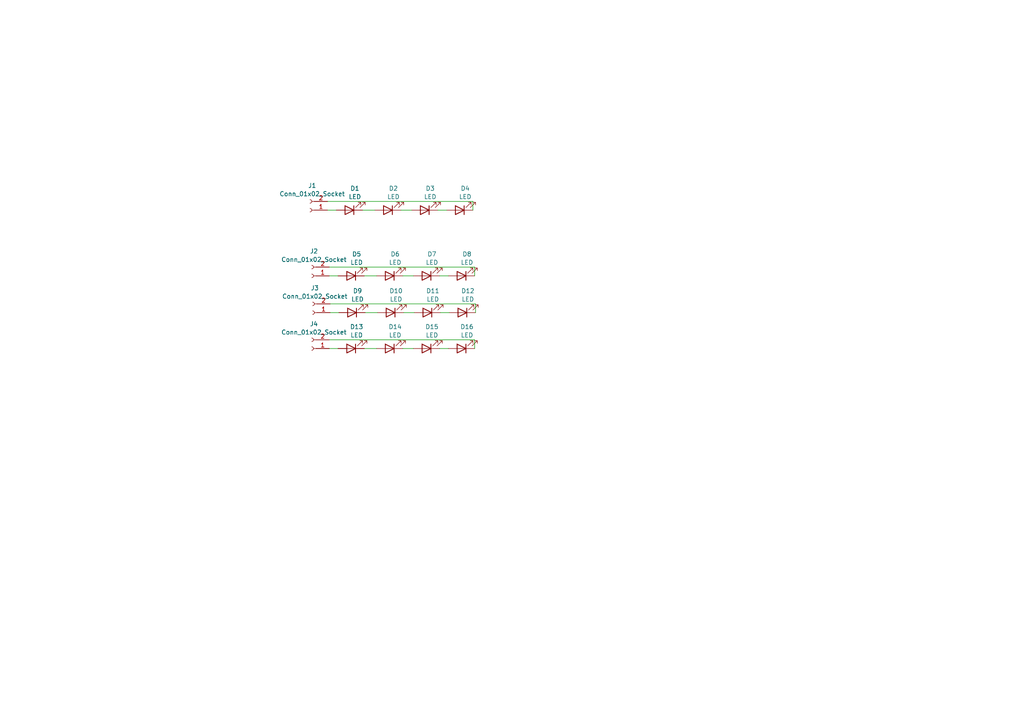
<source format=kicad_sch>
(kicad_sch (version 20230121) (generator eeschema)
  (paper "A4")
  (lib_symbols
    (symbol "Connector:Conn_01x02_Socket" (pin_names (offset 1.016) hide)
      (property "Reference" "J" (at 0 2.54 0))
      (property "Value" "Conn_01x02_Socket" (at 0 -5.08 0))
      (symbol "Conn_01x02_Socket_1_1"
        (arc (start 0 -2.032) (mid -0.5058 -2.54) (end 0 -3.048) (stroke (width 0.1524)))
        (polyline (pts (xy -1.27 -2.54) (xy -0.508 -2.54)) (stroke (width 0.1524)))
        (polyline (pts (xy -1.27 0) (xy -0.508 0)) (stroke (width 0.1524)))
        (arc (start 0 0.508) (mid -0.5058 0) (end 0 -0.508) (stroke (width 0.1524)))
        (pin passive line (at -5.08 0 0) (length 3.81) (name "Pin_1") (number "1"))
        (pin passive line (at -5.08 -2.54 0) (length 3.81) (name "Pin_2") (number "2"))
      )
    )
    (symbol "Device:LED" (pin_numbers hide) (pin_names (offset 1.016) hide)
      (property "Reference" "D" (at 0 2.54 0))
      (property "Value" "LED" (at 0 -2.54 0))
      (symbol "LED_0_1"
        (polyline (pts (xy -1.27 -1.27) (xy -1.27 1.27)) (stroke (width 0.254)))
        (polyline (pts (xy -1.27 0) (xy 1.27 0)))
        (polyline (pts (xy 1.27 -1.27) (xy 1.27 1.27) (xy -1.27 0) (xy 1.27 -1.27)) (stroke (width 0.254)))
        (polyline (pts (xy -3.048 -0.762) (xy -4.572 -2.286) (xy -3.81 -2.286) (xy -4.572 -2.286) (xy -4.572 -1.524)))
        (polyline (pts (xy -1.778 -0.762) (xy -3.302 -2.286) (xy -2.54 -2.286) (xy -3.302 -2.286) (xy -3.302 -1.524)))
      )
      (symbol "LED_1_1"
        (pin passive line (at -3.81 0 0) (length 2.54) (name "K") (number "1"))
        (pin passive line (at 3.81 0 180) (length 2.54) (name "A") (number "2"))
      )
    )
  )
  (wire (pts (xy 95.504 77.47) (xy 137.668 77.47)))
  (wire (pts (xy 95.504 101.092) (xy 98.044 101.092)))
  (wire (pts (xy 98.044 80.01) (xy 95.504 80.01)))
  (wire (pts (xy 137.16 58.42) (xy 137.16 60.96)))
  (wire (pts (xy 105.664 80.01) (xy 109.22 80.01)))
  (wire (pts (xy 95.758 90.678) (xy 98.298 90.678)))
  (wire (pts (xy 127.508 80.01) (xy 130.048 80.01)))
  (wire (pts (xy 105.918 90.678) (xy 109.474 90.678)))
  (wire (pts (xy 116.84 80.01) (xy 119.888 80.01)))
  (wire (pts (xy 116.332 60.96) (xy 119.38 60.96)))
  (wire (pts (xy 137.668 98.552) (xy 137.668 101.092)))
  (wire (pts (xy 95.504 98.552) (xy 137.668 98.552)))
  (wire (pts (xy 95.758 88.138) (xy 137.922 88.138)))
  (wire (pts (xy 127.762 90.678) (xy 130.302 90.678)))
  (wire (pts (xy 105.156 60.96) (xy 108.712 60.96)))
  (wire (pts (xy 117.094 90.678) (xy 120.142 90.678)))
  (wire (pts (xy 94.996 58.42) (xy 137.16 58.42)))
  (wire (pts (xy 116.84 101.092) (xy 119.888 101.092)))
  (wire (pts (xy 105.664 101.092) (xy 109.22 101.092)))
  (wire (pts (xy 137.922 88.138) (xy 137.922 90.678)))
  (wire (pts (xy 137.668 77.47) (xy 137.668 80.01)))
  (wire (pts (xy 94.996 60.96) (xy 97.536 60.96)))
  (wire (pts (xy 127 60.96) (xy 129.54 60.96)))
  (wire (pts (xy 127.508 101.092) (xy 130.048 101.092)))
  (symbol (lib_id "Device:LED") (at 133.35 60.96 180) (unit 1)
    (property "Reference" "D4" (at 134.9375 54.6567 0))
    (property "Value" "LED" (at 134.9375 57.0809 0))
    (property "Footprint" "LED_SMD:LED_PLCC-2_3.4x3.0mm_KA" (effects hide))
  )
  (symbol (lib_id "Device:LED") (at 101.854 101.092 180) (unit 1)
    (property "Reference" "D13" (at 103.4415 94.7887 0))
    (property "Value" "LED" (at 103.4415 97.2129 0))
    (property "Footprint" "LED_SMD:LED_PLCC-2_3.4x3.0mm_KA" (effects hide))
  )
  (symbol (lib_id "Device:LED") (at 112.522 60.96 180) (unit 1)
    (property "Reference" "D2" (at 114.1095 54.6567 0))
    (property "Value" "LED" (at 114.1095 57.0809 0))
    (property "Footprint" "LED_SMD:LED_PLCC-2_3.4x3.0mm_KA" (effects hide))
  )
  (symbol (lib_id "Device:LED") (at 102.108 90.678 180) (unit 1)
    (property "Reference" "D9" (at 103.6955 84.3747 0))
    (property "Value" "LED" (at 103.6955 86.7989 0))
    (property "Footprint" "LED_SMD:LED_PLCC-2_3.4x3.0mm_KA" (effects hide))
  )
  (symbol (lib_id "Device:LED") (at 133.858 80.01 180) (unit 1)
    (property "Reference" "D8" (at 135.4455 73.7067 0))
    (property "Value" "LED" (at 135.4455 76.1309 0))
    (property "Footprint" "LED_SMD:LED_PLCC-2_3.4x3.0mm_KA" (effects hide))
  )
  (symbol (lib_id "Device:LED") (at 101.854 80.01 180) (unit 1)
    (property "Reference" "D5" (at 103.4415 73.7067 0))
    (property "Value" "LED" (at 103.4415 76.1309 0))
    (property "Footprint" "LED_SMD:LED_PLCC-2_3.4x3.0mm_KA" (effects hide))
  )
  (symbol (lib_id "Device:LED") (at 123.698 80.01 180) (unit 1)
    (property "Reference" "D7" (at 125.2855 73.7067 0))
    (property "Value" "LED" (at 125.2855 76.1309 0))
    (property "Footprint" "LED_SMD:LED_PLCC-2_3.4x3.0mm_KA" (effects hide))
  )
  (symbol (lib_id "Connector:Conn_01x02_Socket") (at 90.424 80.01 180) (unit 1)
    (property "Reference" "J2" (at 91.059 72.8685 0))
    (property "Value" "Conn_01x02_Socket" (at 91.059 75.2927 0))
    (property "Footprint" "Connector_PinSocket_2.54mm:PinSocket_1x02_P2.54mm_Horizontal" (effects hide))
  )
  (symbol (lib_id "Device:LED") (at 123.698 101.092 180) (unit 1)
    (property "Reference" "D15" (at 125.2855 94.7887 0))
    (property "Value" "LED" (at 125.2855 97.2129 0))
    (property "Footprint" "LED_SMD:LED_PLCC-2_3.4x3.0mm_KA" (effects hide))
  )
  (symbol (lib_id "Device:LED") (at 113.284 90.678 180) (unit 1)
    (property "Reference" "D10" (at 114.8715 84.3747 0))
    (property "Value" "LED" (at 114.8715 86.7989 0))
    (property "Footprint" "LED_SMD:LED_PLCC-2_3.4x3.0mm_KA" (effects hide))
  )
  (symbol (lib_id "Device:LED") (at 123.952 90.678 180) (unit 1)
    (property "Reference" "D11" (at 125.5395 84.3747 0))
    (property "Value" "LED" (at 125.5395 86.7989 0))
    (property "Footprint" "LED_SMD:LED_PLCC-2_3.4x3.0mm_KA" (effects hide))
  )
  (symbol (lib_id "Device:LED") (at 134.112 90.678 180) (unit 1)
    (property "Reference" "D12" (at 135.6995 84.3747 0))
    (property "Value" "LED" (at 135.6995 86.7989 0))
    (property "Footprint" "LED_SMD:LED_PLCC-2_3.4x3.0mm_KA" (effects hide))
  )
  (symbol (lib_id "Connector:Conn_01x02_Socket") (at 89.916 60.96 180) (unit 1)
    (property "Reference" "J1" (at 90.551 53.8185 0))
    (property "Value" "Conn_01x02_Socket" (at 90.551 56.2427 0))
    (property "Footprint" "Connector_PinSocket_2.54mm:PinSocket_1x02_P2.54mm_Horizontal" (effects hide))
  )
  (symbol (lib_id "Device:LED") (at 113.03 80.01 180) (unit 1)
    (property "Reference" "D6" (at 114.6175 73.7067 0))
    (property "Value" "LED" (at 114.6175 76.1309 0))
    (property "Footprint" "LED_SMD:LED_PLCC-2_3.4x3.0mm_KA" (effects hide))
  )
  (symbol (lib_id "Device:LED") (at 123.19 60.96 180) (unit 1)
    (property "Reference" "D3" (at 124.7775 54.6567 0))
    (property "Value" "LED" (at 124.7775 57.0809 0))
    (property "Footprint" "LED_SMD:LED_PLCC-2_3.4x3.0mm_KA" (effects hide))
  )
  (symbol (lib_id "Device:LED") (at 101.346 60.96 180) (unit 1)
    (property "Reference" "D1" (at 102.9335 54.6567 0))
    (property "Value" "LED" (at 102.9335 57.0809 0))
    (property "Footprint" "LED_SMD:LED_PLCC-2_3.4x3.0mm_KA" (effects hide))
  )
  (symbol (lib_id "Connector:Conn_01x02_Socket") (at 90.424 101.092 180) (unit 1)
    (property "Reference" "J4" (at 91.059 93.9505 0))
    (property "Value" "Conn_01x02_Socket" (at 91.059 96.3747 0))
    (property "Footprint" "Connector_PinSocket_2.54mm:PinSocket_1x02_P2.54mm_Horizontal" (effects hide))
  )
  (symbol (lib_id "Connector:Conn_01x02_Socket") (at 90.678 90.678 180) (unit 1)
    (property "Reference" "J3" (at 91.313 83.5365 0))
    (property "Value" "Conn_01x02_Socket" (at 91.313 85.9607 0))
    (property "Footprint" "Connector_PinSocket_2.54mm:PinSocket_1x02_P2.54mm_Horizontal" (effects hide))
  )
  (symbol (lib_id "Device:LED") (at 133.858 101.092 180) (unit 1)
    (property "Reference" "D16" (at 135.4455 94.7887 0))
    (property "Value" "LED" (at 135.4455 97.2129 0))
    (property "Footprint" "LED_SMD:LED_PLCC-2_3.4x3.0mm_KA" (effects hide))
  )
  (symbol (lib_id "Device:LED") (at 113.03 101.092 180) (unit 1)
    (property "Reference" "D14" (at 114.6175 94.7887 0))
    (property "Value" "LED" (at 114.6175 97.2129 0))
    (property "Footprint" "LED_SMD:LED_PLCC-2_3.4x3.0mm_KA" (effects hide))
  )
)
</source>
